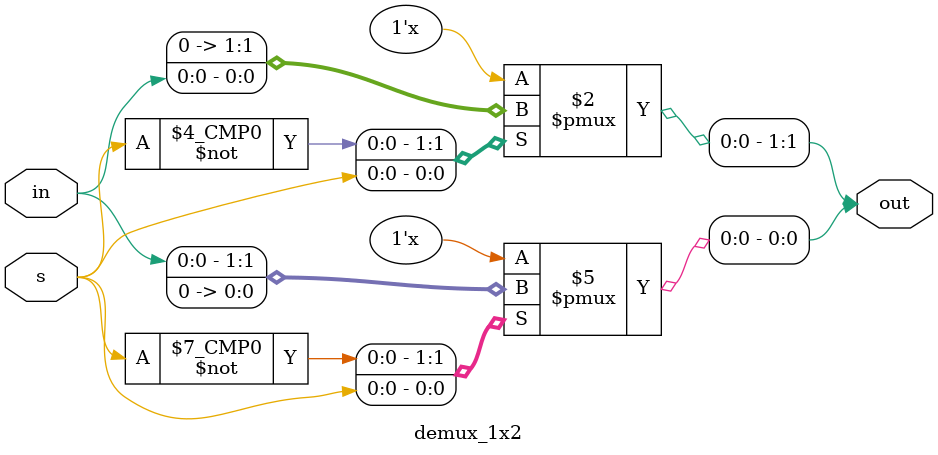
<source format=sv>
`timescale 1ns/1ps

module demux_1x8(s,in,out);
  output [7:0]out;
  input in;
  input [2:0] s;
  wire [5:0]k;
  demux_1x2 m0(s[2],in,k[1:0]);
  demux_1x2 m1(s[1],k[1],k[5:4]);
  demux_1x2 m2(s[1],k[0],k[3:2]);
  demux_1x2 m3(s[0],k[5],out[7:6]);
  demux_1x2 m4(s[0],k[4],out[5:4]);
  demux_1x2 m5(s[0],k[3],out[3:2]);
  demux_1x2 m6(s[0],k[2], out[1:0]);
endmodule

module demux_1x2(s,in,out);
  input s;
  input in;
  output reg [1:0]out;
  always @(*)
  casex(s)
    1'b0:begin out[0]=in;out[1]=1'b0;end
    1'b1:begin out[1]=in;out[0]=1'b0;end
    default:out=2'bxx;
  endcase
endmodule
</source>
